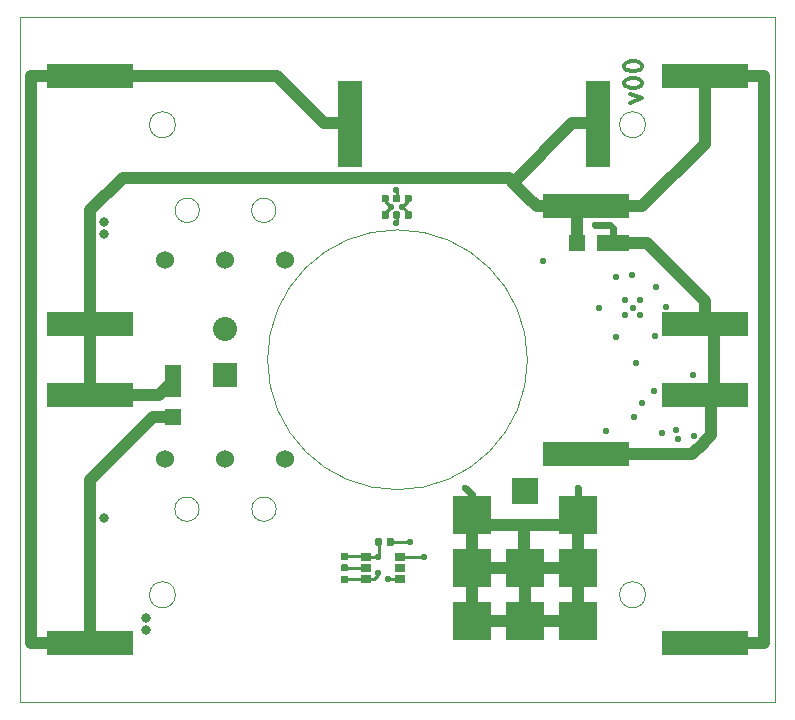
<source format=gbr>
%TF.GenerationSoftware,KiCad,Pcbnew,(5.1.4)-1*%
%TF.CreationDate,2019-10-25T20:54:22-07:00*%
%TF.ProjectId,solarpcd,736f6c61-7270-4636-942e-6b696361645f,rev?*%
%TF.SameCoordinates,Original*%
%TF.FileFunction,Copper,L1,Top*%
%TF.FilePolarity,Positive*%
%FSLAX46Y46*%
G04 Gerber Fmt 4.6, Leading zero omitted, Abs format (unit mm)*
G04 Created by KiCad (PCBNEW (5.1.4)-1) date 2019-10-25 20:54:22*
%MOMM*%
%LPD*%
G04 APERTURE LIST*
%ADD10C,0.300000*%
%ADD11C,0.050000*%
%ADD12C,0.120000*%
%ADD13C,0.100000*%
%ADD14C,0.590000*%
%ADD15C,1.524000*%
%ADD16C,2.032000*%
%ADD17R,2.032000X2.032000*%
%ADD18R,0.900000X0.700000*%
%ADD19R,3.200000X3.200000*%
%ADD20R,2.200000X2.200000*%
%ADD21R,7.400000X2.000000*%
%ADD22R,2.000000X7.400000*%
%ADD23R,1.400000X2.700000*%
%ADD24R,1.400000X1.400000*%
%ADD25R,2.700000X1.400000*%
%ADD26C,0.584200*%
%ADD27C,0.800000*%
%ADD28C,1.000000*%
%ADD29C,0.250000*%
%ADD30C,0.609600*%
%ADD31C,0.248920*%
G04 APERTURE END LIST*
D10*
X164715071Y-77223714D02*
X165715071Y-76866571D01*
X164715071Y-76509428D01*
X164215071Y-75652285D02*
X164215071Y-75509428D01*
X164286500Y-75366571D01*
X164357928Y-75295142D01*
X164500785Y-75223714D01*
X164786500Y-75152285D01*
X165143642Y-75152285D01*
X165429357Y-75223714D01*
X165572214Y-75295142D01*
X165643642Y-75366571D01*
X165715071Y-75509428D01*
X165715071Y-75652285D01*
X165643642Y-75795142D01*
X165572214Y-75866571D01*
X165429357Y-75938000D01*
X165143642Y-76009428D01*
X164786500Y-76009428D01*
X164500785Y-75938000D01*
X164357928Y-75866571D01*
X164286500Y-75795142D01*
X164215071Y-75652285D01*
X164215071Y-74223714D02*
X164215071Y-74080857D01*
X164286500Y-73938000D01*
X164357928Y-73866571D01*
X164500785Y-73795142D01*
X164786500Y-73723714D01*
X165143642Y-73723714D01*
X165429357Y-73795142D01*
X165572214Y-73866571D01*
X165643642Y-73938000D01*
X165715071Y-74080857D01*
X165715071Y-74223714D01*
X165643642Y-74366571D01*
X165572214Y-74438000D01*
X165429357Y-74509428D01*
X165143642Y-74580857D01*
X164786500Y-74580857D01*
X164500785Y-74509428D01*
X164357928Y-74438000D01*
X164286500Y-74366571D01*
X164215071Y-74223714D01*
D11*
X156000000Y-99000000D02*
G75*
G03X156000000Y-99000000I-11000000J0D01*
G01*
X134727563Y-111650000D02*
G75*
G03X134727563Y-111650000I-1029563J0D01*
G01*
X128202563Y-111650000D02*
G75*
G03X128202563Y-111650000I-1029563J0D01*
G01*
X134704563Y-86350000D02*
G75*
G03X134704563Y-86350000I-1029563J0D01*
G01*
X128229563Y-86350000D02*
G75*
G03X128229563Y-86350000I-1029563J0D01*
G01*
X166000000Y-79100000D02*
G75*
G03X166000000Y-79100000I-1100000J0D01*
G01*
X126200000Y-79100000D02*
G75*
G03X126200000Y-79100000I-1100000J0D01*
G01*
X166000000Y-118900000D02*
G75*
G03X166000000Y-118900000I-1100000J0D01*
G01*
D12*
X126200000Y-118900000D02*
G75*
G03X126200000Y-118900000I-1100000J0D01*
G01*
D13*
X177000000Y-70000000D02*
X113000000Y-70000000D01*
X113000000Y-128000000D02*
X177000000Y-128000000D01*
X177000000Y-128000000D02*
X177000000Y-70000000D01*
X113000000Y-70000000D02*
X113000000Y-128000000D01*
G36*
X143567958Y-114107710D02*
G01*
X143582276Y-114109834D01*
X143596317Y-114113351D01*
X143609946Y-114118228D01*
X143623031Y-114124417D01*
X143635447Y-114131858D01*
X143647073Y-114140481D01*
X143657798Y-114150202D01*
X143667519Y-114160927D01*
X143676142Y-114172553D01*
X143683583Y-114184969D01*
X143689772Y-114198054D01*
X143694649Y-114211683D01*
X143698166Y-114225724D01*
X143700290Y-114240042D01*
X143701000Y-114254500D01*
X143701000Y-114599500D01*
X143700290Y-114613958D01*
X143698166Y-114628276D01*
X143694649Y-114642317D01*
X143689772Y-114655946D01*
X143683583Y-114669031D01*
X143676142Y-114681447D01*
X143667519Y-114693073D01*
X143657798Y-114703798D01*
X143647073Y-114713519D01*
X143635447Y-114722142D01*
X143623031Y-114729583D01*
X143609946Y-114735772D01*
X143596317Y-114740649D01*
X143582276Y-114744166D01*
X143567958Y-114746290D01*
X143553500Y-114747000D01*
X143258500Y-114747000D01*
X143244042Y-114746290D01*
X143229724Y-114744166D01*
X143215683Y-114740649D01*
X143202054Y-114735772D01*
X143188969Y-114729583D01*
X143176553Y-114722142D01*
X143164927Y-114713519D01*
X143154202Y-114703798D01*
X143144481Y-114693073D01*
X143135858Y-114681447D01*
X143128417Y-114669031D01*
X143122228Y-114655946D01*
X143117351Y-114642317D01*
X143113834Y-114628276D01*
X143111710Y-114613958D01*
X143111000Y-114599500D01*
X143111000Y-114254500D01*
X143111710Y-114240042D01*
X143113834Y-114225724D01*
X143117351Y-114211683D01*
X143122228Y-114198054D01*
X143128417Y-114184969D01*
X143135858Y-114172553D01*
X143144481Y-114160927D01*
X143154202Y-114150202D01*
X143164927Y-114140481D01*
X143176553Y-114131858D01*
X143188969Y-114124417D01*
X143202054Y-114118228D01*
X143215683Y-114113351D01*
X143229724Y-114109834D01*
X143244042Y-114107710D01*
X143258500Y-114107000D01*
X143553500Y-114107000D01*
X143567958Y-114107710D01*
X143567958Y-114107710D01*
G37*
D14*
X143406000Y-114427000D03*
D13*
G36*
X144537958Y-114107710D02*
G01*
X144552276Y-114109834D01*
X144566317Y-114113351D01*
X144579946Y-114118228D01*
X144593031Y-114124417D01*
X144605447Y-114131858D01*
X144617073Y-114140481D01*
X144627798Y-114150202D01*
X144637519Y-114160927D01*
X144646142Y-114172553D01*
X144653583Y-114184969D01*
X144659772Y-114198054D01*
X144664649Y-114211683D01*
X144668166Y-114225724D01*
X144670290Y-114240042D01*
X144671000Y-114254500D01*
X144671000Y-114599500D01*
X144670290Y-114613958D01*
X144668166Y-114628276D01*
X144664649Y-114642317D01*
X144659772Y-114655946D01*
X144653583Y-114669031D01*
X144646142Y-114681447D01*
X144637519Y-114693073D01*
X144627798Y-114703798D01*
X144617073Y-114713519D01*
X144605447Y-114722142D01*
X144593031Y-114729583D01*
X144579946Y-114735772D01*
X144566317Y-114740649D01*
X144552276Y-114744166D01*
X144537958Y-114746290D01*
X144523500Y-114747000D01*
X144228500Y-114747000D01*
X144214042Y-114746290D01*
X144199724Y-114744166D01*
X144185683Y-114740649D01*
X144172054Y-114735772D01*
X144158969Y-114729583D01*
X144146553Y-114722142D01*
X144134927Y-114713519D01*
X144124202Y-114703798D01*
X144114481Y-114693073D01*
X144105858Y-114681447D01*
X144098417Y-114669031D01*
X144092228Y-114655946D01*
X144087351Y-114642317D01*
X144083834Y-114628276D01*
X144081710Y-114613958D01*
X144081000Y-114599500D01*
X144081000Y-114254500D01*
X144081710Y-114240042D01*
X144083834Y-114225724D01*
X144087351Y-114211683D01*
X144092228Y-114198054D01*
X144098417Y-114184969D01*
X144105858Y-114172553D01*
X144114481Y-114160927D01*
X144124202Y-114150202D01*
X144134927Y-114140481D01*
X144146553Y-114131858D01*
X144158969Y-114124417D01*
X144172054Y-114118228D01*
X144185683Y-114113351D01*
X144199724Y-114109834D01*
X144214042Y-114107710D01*
X144228500Y-114107000D01*
X144523500Y-114107000D01*
X144537958Y-114107710D01*
X144537958Y-114107710D01*
G37*
D14*
X144376000Y-114427000D03*
D15*
X135509000Y-107442000D03*
X130429000Y-107442000D03*
X125349000Y-107442000D03*
X125349000Y-90551000D03*
X130429000Y-90551000D03*
X135509000Y-90551000D03*
D16*
X130429000Y-96398200D03*
D17*
X130429000Y-100253800D03*
D18*
X142314000Y-115699500D03*
X142314000Y-116649500D03*
X142314000Y-117599500D03*
X145214000Y-117599500D03*
X145214000Y-116649500D03*
X145214000Y-115699500D03*
D19*
X151296000Y-112130000D03*
D20*
X155796000Y-110130000D03*
D19*
X160296000Y-112130000D03*
X151296000Y-116630000D03*
X155796000Y-116630000D03*
X160296000Y-116630000D03*
X151296000Y-121130000D03*
X155796000Y-121130000D03*
X160296000Y-121130000D03*
D21*
X119000000Y-96000000D03*
X119000000Y-75000000D03*
X171000000Y-102000000D03*
X171000000Y-123000000D03*
D22*
X162000000Y-79000000D03*
X141000000Y-79000000D03*
D21*
X161000000Y-107000000D03*
X161000000Y-86000000D03*
X119000000Y-102000000D03*
X119000000Y-123000000D03*
X171000000Y-96000000D03*
X171000000Y-75000000D03*
D23*
X126000000Y-100800000D03*
D24*
X126000000Y-103850000D03*
D25*
X163252000Y-89154000D03*
D24*
X160202000Y-89154000D03*
D13*
G36*
X145091958Y-85024710D02*
G01*
X145106276Y-85026834D01*
X145120317Y-85030351D01*
X145133946Y-85035228D01*
X145147031Y-85041417D01*
X145159447Y-85048858D01*
X145171073Y-85057481D01*
X145181798Y-85067202D01*
X145191519Y-85077927D01*
X145200142Y-85089553D01*
X145207583Y-85101969D01*
X145213772Y-85115054D01*
X145218649Y-85128683D01*
X145222166Y-85142724D01*
X145224290Y-85157042D01*
X145225000Y-85171500D01*
X145225000Y-85516500D01*
X145224290Y-85530958D01*
X145222166Y-85545276D01*
X145218649Y-85559317D01*
X145213772Y-85572946D01*
X145207583Y-85586031D01*
X145200142Y-85598447D01*
X145191519Y-85610073D01*
X145181798Y-85620798D01*
X145171073Y-85630519D01*
X145159447Y-85639142D01*
X145147031Y-85646583D01*
X145133946Y-85652772D01*
X145120317Y-85657649D01*
X145106276Y-85661166D01*
X145091958Y-85663290D01*
X145077500Y-85664000D01*
X144782500Y-85664000D01*
X144768042Y-85663290D01*
X144753724Y-85661166D01*
X144739683Y-85657649D01*
X144726054Y-85652772D01*
X144712969Y-85646583D01*
X144700553Y-85639142D01*
X144688927Y-85630519D01*
X144678202Y-85620798D01*
X144668481Y-85610073D01*
X144659858Y-85598447D01*
X144652417Y-85586031D01*
X144646228Y-85572946D01*
X144641351Y-85559317D01*
X144637834Y-85545276D01*
X144635710Y-85530958D01*
X144635000Y-85516500D01*
X144635000Y-85171500D01*
X144635710Y-85157042D01*
X144637834Y-85142724D01*
X144641351Y-85128683D01*
X144646228Y-85115054D01*
X144652417Y-85101969D01*
X144659858Y-85089553D01*
X144668481Y-85077927D01*
X144678202Y-85067202D01*
X144688927Y-85057481D01*
X144700553Y-85048858D01*
X144712969Y-85041417D01*
X144726054Y-85035228D01*
X144739683Y-85030351D01*
X144753724Y-85026834D01*
X144768042Y-85024710D01*
X144782500Y-85024000D01*
X145077500Y-85024000D01*
X145091958Y-85024710D01*
X145091958Y-85024710D01*
G37*
D14*
X144930000Y-85344000D03*
D13*
G36*
X146061958Y-85024710D02*
G01*
X146076276Y-85026834D01*
X146090317Y-85030351D01*
X146103946Y-85035228D01*
X146117031Y-85041417D01*
X146129447Y-85048858D01*
X146141073Y-85057481D01*
X146151798Y-85067202D01*
X146161519Y-85077927D01*
X146170142Y-85089553D01*
X146177583Y-85101969D01*
X146183772Y-85115054D01*
X146188649Y-85128683D01*
X146192166Y-85142724D01*
X146194290Y-85157042D01*
X146195000Y-85171500D01*
X146195000Y-85516500D01*
X146194290Y-85530958D01*
X146192166Y-85545276D01*
X146188649Y-85559317D01*
X146183772Y-85572946D01*
X146177583Y-85586031D01*
X146170142Y-85598447D01*
X146161519Y-85610073D01*
X146151798Y-85620798D01*
X146141073Y-85630519D01*
X146129447Y-85639142D01*
X146117031Y-85646583D01*
X146103946Y-85652772D01*
X146090317Y-85657649D01*
X146076276Y-85661166D01*
X146061958Y-85663290D01*
X146047500Y-85664000D01*
X145752500Y-85664000D01*
X145738042Y-85663290D01*
X145723724Y-85661166D01*
X145709683Y-85657649D01*
X145696054Y-85652772D01*
X145682969Y-85646583D01*
X145670553Y-85639142D01*
X145658927Y-85630519D01*
X145648202Y-85620798D01*
X145638481Y-85610073D01*
X145629858Y-85598447D01*
X145622417Y-85586031D01*
X145616228Y-85572946D01*
X145611351Y-85559317D01*
X145607834Y-85545276D01*
X145605710Y-85530958D01*
X145605000Y-85516500D01*
X145605000Y-85171500D01*
X145605710Y-85157042D01*
X145607834Y-85142724D01*
X145611351Y-85128683D01*
X145616228Y-85115054D01*
X145622417Y-85101969D01*
X145629858Y-85089553D01*
X145638481Y-85077927D01*
X145648202Y-85067202D01*
X145658927Y-85057481D01*
X145670553Y-85048858D01*
X145682969Y-85041417D01*
X145696054Y-85035228D01*
X145709683Y-85030351D01*
X145723724Y-85026834D01*
X145738042Y-85024710D01*
X145752500Y-85024000D01*
X146047500Y-85024000D01*
X146061958Y-85024710D01*
X146061958Y-85024710D01*
G37*
D14*
X145900000Y-85344000D03*
D13*
G36*
X144121678Y-85024710D02*
G01*
X144135996Y-85026834D01*
X144150037Y-85030351D01*
X144163666Y-85035228D01*
X144176751Y-85041417D01*
X144189167Y-85048858D01*
X144200793Y-85057481D01*
X144211518Y-85067202D01*
X144221239Y-85077927D01*
X144229862Y-85089553D01*
X144237303Y-85101969D01*
X144243492Y-85115054D01*
X144248369Y-85128683D01*
X144251886Y-85142724D01*
X144254010Y-85157042D01*
X144254720Y-85171500D01*
X144254720Y-85516500D01*
X144254010Y-85530958D01*
X144251886Y-85545276D01*
X144248369Y-85559317D01*
X144243492Y-85572946D01*
X144237303Y-85586031D01*
X144229862Y-85598447D01*
X144221239Y-85610073D01*
X144211518Y-85620798D01*
X144200793Y-85630519D01*
X144189167Y-85639142D01*
X144176751Y-85646583D01*
X144163666Y-85652772D01*
X144150037Y-85657649D01*
X144135996Y-85661166D01*
X144121678Y-85663290D01*
X144107220Y-85664000D01*
X143812220Y-85664000D01*
X143797762Y-85663290D01*
X143783444Y-85661166D01*
X143769403Y-85657649D01*
X143755774Y-85652772D01*
X143742689Y-85646583D01*
X143730273Y-85639142D01*
X143718647Y-85630519D01*
X143707922Y-85620798D01*
X143698201Y-85610073D01*
X143689578Y-85598447D01*
X143682137Y-85586031D01*
X143675948Y-85572946D01*
X143671071Y-85559317D01*
X143667554Y-85545276D01*
X143665430Y-85530958D01*
X143664720Y-85516500D01*
X143664720Y-85171500D01*
X143665430Y-85157042D01*
X143667554Y-85142724D01*
X143671071Y-85128683D01*
X143675948Y-85115054D01*
X143682137Y-85101969D01*
X143689578Y-85089553D01*
X143698201Y-85077927D01*
X143707922Y-85067202D01*
X143718647Y-85057481D01*
X143730273Y-85048858D01*
X143742689Y-85041417D01*
X143755774Y-85035228D01*
X143769403Y-85030351D01*
X143783444Y-85026834D01*
X143797762Y-85024710D01*
X143812220Y-85024000D01*
X144107220Y-85024000D01*
X144121678Y-85024710D01*
X144121678Y-85024710D01*
G37*
D14*
X143959720Y-85344000D03*
D13*
G36*
X145091678Y-85024710D02*
G01*
X145105996Y-85026834D01*
X145120037Y-85030351D01*
X145133666Y-85035228D01*
X145146751Y-85041417D01*
X145159167Y-85048858D01*
X145170793Y-85057481D01*
X145181518Y-85067202D01*
X145191239Y-85077927D01*
X145199862Y-85089553D01*
X145207303Y-85101969D01*
X145213492Y-85115054D01*
X145218369Y-85128683D01*
X145221886Y-85142724D01*
X145224010Y-85157042D01*
X145224720Y-85171500D01*
X145224720Y-85516500D01*
X145224010Y-85530958D01*
X145221886Y-85545276D01*
X145218369Y-85559317D01*
X145213492Y-85572946D01*
X145207303Y-85586031D01*
X145199862Y-85598447D01*
X145191239Y-85610073D01*
X145181518Y-85620798D01*
X145170793Y-85630519D01*
X145159167Y-85639142D01*
X145146751Y-85646583D01*
X145133666Y-85652772D01*
X145120037Y-85657649D01*
X145105996Y-85661166D01*
X145091678Y-85663290D01*
X145077220Y-85664000D01*
X144782220Y-85664000D01*
X144767762Y-85663290D01*
X144753444Y-85661166D01*
X144739403Y-85657649D01*
X144725774Y-85652772D01*
X144712689Y-85646583D01*
X144700273Y-85639142D01*
X144688647Y-85630519D01*
X144677922Y-85620798D01*
X144668201Y-85610073D01*
X144659578Y-85598447D01*
X144652137Y-85586031D01*
X144645948Y-85572946D01*
X144641071Y-85559317D01*
X144637554Y-85545276D01*
X144635430Y-85530958D01*
X144634720Y-85516500D01*
X144634720Y-85171500D01*
X144635430Y-85157042D01*
X144637554Y-85142724D01*
X144641071Y-85128683D01*
X144645948Y-85115054D01*
X144652137Y-85101969D01*
X144659578Y-85089553D01*
X144668201Y-85077927D01*
X144677922Y-85067202D01*
X144688647Y-85057481D01*
X144700273Y-85048858D01*
X144712689Y-85041417D01*
X144725774Y-85035228D01*
X144739403Y-85030351D01*
X144753444Y-85026834D01*
X144767762Y-85024710D01*
X144782220Y-85024000D01*
X145077220Y-85024000D01*
X145091678Y-85024710D01*
X145091678Y-85024710D01*
G37*
D14*
X144929720Y-85344000D03*
D13*
G36*
X145091958Y-86421710D02*
G01*
X145106276Y-86423834D01*
X145120317Y-86427351D01*
X145133946Y-86432228D01*
X145147031Y-86438417D01*
X145159447Y-86445858D01*
X145171073Y-86454481D01*
X145181798Y-86464202D01*
X145191519Y-86474927D01*
X145200142Y-86486553D01*
X145207583Y-86498969D01*
X145213772Y-86512054D01*
X145218649Y-86525683D01*
X145222166Y-86539724D01*
X145224290Y-86554042D01*
X145225000Y-86568500D01*
X145225000Y-86913500D01*
X145224290Y-86927958D01*
X145222166Y-86942276D01*
X145218649Y-86956317D01*
X145213772Y-86969946D01*
X145207583Y-86983031D01*
X145200142Y-86995447D01*
X145191519Y-87007073D01*
X145181798Y-87017798D01*
X145171073Y-87027519D01*
X145159447Y-87036142D01*
X145147031Y-87043583D01*
X145133946Y-87049772D01*
X145120317Y-87054649D01*
X145106276Y-87058166D01*
X145091958Y-87060290D01*
X145077500Y-87061000D01*
X144782500Y-87061000D01*
X144768042Y-87060290D01*
X144753724Y-87058166D01*
X144739683Y-87054649D01*
X144726054Y-87049772D01*
X144712969Y-87043583D01*
X144700553Y-87036142D01*
X144688927Y-87027519D01*
X144678202Y-87017798D01*
X144668481Y-87007073D01*
X144659858Y-86995447D01*
X144652417Y-86983031D01*
X144646228Y-86969946D01*
X144641351Y-86956317D01*
X144637834Y-86942276D01*
X144635710Y-86927958D01*
X144635000Y-86913500D01*
X144635000Y-86568500D01*
X144635710Y-86554042D01*
X144637834Y-86539724D01*
X144641351Y-86525683D01*
X144646228Y-86512054D01*
X144652417Y-86498969D01*
X144659858Y-86486553D01*
X144668481Y-86474927D01*
X144678202Y-86464202D01*
X144688927Y-86454481D01*
X144700553Y-86445858D01*
X144712969Y-86438417D01*
X144726054Y-86432228D01*
X144739683Y-86427351D01*
X144753724Y-86423834D01*
X144768042Y-86421710D01*
X144782500Y-86421000D01*
X145077500Y-86421000D01*
X145091958Y-86421710D01*
X145091958Y-86421710D01*
G37*
D14*
X144930000Y-86741000D03*
D13*
G36*
X146061958Y-86421710D02*
G01*
X146076276Y-86423834D01*
X146090317Y-86427351D01*
X146103946Y-86432228D01*
X146117031Y-86438417D01*
X146129447Y-86445858D01*
X146141073Y-86454481D01*
X146151798Y-86464202D01*
X146161519Y-86474927D01*
X146170142Y-86486553D01*
X146177583Y-86498969D01*
X146183772Y-86512054D01*
X146188649Y-86525683D01*
X146192166Y-86539724D01*
X146194290Y-86554042D01*
X146195000Y-86568500D01*
X146195000Y-86913500D01*
X146194290Y-86927958D01*
X146192166Y-86942276D01*
X146188649Y-86956317D01*
X146183772Y-86969946D01*
X146177583Y-86983031D01*
X146170142Y-86995447D01*
X146161519Y-87007073D01*
X146151798Y-87017798D01*
X146141073Y-87027519D01*
X146129447Y-87036142D01*
X146117031Y-87043583D01*
X146103946Y-87049772D01*
X146090317Y-87054649D01*
X146076276Y-87058166D01*
X146061958Y-87060290D01*
X146047500Y-87061000D01*
X145752500Y-87061000D01*
X145738042Y-87060290D01*
X145723724Y-87058166D01*
X145709683Y-87054649D01*
X145696054Y-87049772D01*
X145682969Y-87043583D01*
X145670553Y-87036142D01*
X145658927Y-87027519D01*
X145648202Y-87017798D01*
X145638481Y-87007073D01*
X145629858Y-86995447D01*
X145622417Y-86983031D01*
X145616228Y-86969946D01*
X145611351Y-86956317D01*
X145607834Y-86942276D01*
X145605710Y-86927958D01*
X145605000Y-86913500D01*
X145605000Y-86568500D01*
X145605710Y-86554042D01*
X145607834Y-86539724D01*
X145611351Y-86525683D01*
X145616228Y-86512054D01*
X145622417Y-86498969D01*
X145629858Y-86486553D01*
X145638481Y-86474927D01*
X145648202Y-86464202D01*
X145658927Y-86454481D01*
X145670553Y-86445858D01*
X145682969Y-86438417D01*
X145696054Y-86432228D01*
X145709683Y-86427351D01*
X145723724Y-86423834D01*
X145738042Y-86421710D01*
X145752500Y-86421000D01*
X146047500Y-86421000D01*
X146061958Y-86421710D01*
X146061958Y-86421710D01*
G37*
D14*
X145900000Y-86741000D03*
D13*
G36*
X144121678Y-86421710D02*
G01*
X144135996Y-86423834D01*
X144150037Y-86427351D01*
X144163666Y-86432228D01*
X144176751Y-86438417D01*
X144189167Y-86445858D01*
X144200793Y-86454481D01*
X144211518Y-86464202D01*
X144221239Y-86474927D01*
X144229862Y-86486553D01*
X144237303Y-86498969D01*
X144243492Y-86512054D01*
X144248369Y-86525683D01*
X144251886Y-86539724D01*
X144254010Y-86554042D01*
X144254720Y-86568500D01*
X144254720Y-86913500D01*
X144254010Y-86927958D01*
X144251886Y-86942276D01*
X144248369Y-86956317D01*
X144243492Y-86969946D01*
X144237303Y-86983031D01*
X144229862Y-86995447D01*
X144221239Y-87007073D01*
X144211518Y-87017798D01*
X144200793Y-87027519D01*
X144189167Y-87036142D01*
X144176751Y-87043583D01*
X144163666Y-87049772D01*
X144150037Y-87054649D01*
X144135996Y-87058166D01*
X144121678Y-87060290D01*
X144107220Y-87061000D01*
X143812220Y-87061000D01*
X143797762Y-87060290D01*
X143783444Y-87058166D01*
X143769403Y-87054649D01*
X143755774Y-87049772D01*
X143742689Y-87043583D01*
X143730273Y-87036142D01*
X143718647Y-87027519D01*
X143707922Y-87017798D01*
X143698201Y-87007073D01*
X143689578Y-86995447D01*
X143682137Y-86983031D01*
X143675948Y-86969946D01*
X143671071Y-86956317D01*
X143667554Y-86942276D01*
X143665430Y-86927958D01*
X143664720Y-86913500D01*
X143664720Y-86568500D01*
X143665430Y-86554042D01*
X143667554Y-86539724D01*
X143671071Y-86525683D01*
X143675948Y-86512054D01*
X143682137Y-86498969D01*
X143689578Y-86486553D01*
X143698201Y-86474927D01*
X143707922Y-86464202D01*
X143718647Y-86454481D01*
X143730273Y-86445858D01*
X143742689Y-86438417D01*
X143755774Y-86432228D01*
X143769403Y-86427351D01*
X143783444Y-86423834D01*
X143797762Y-86421710D01*
X143812220Y-86421000D01*
X144107220Y-86421000D01*
X144121678Y-86421710D01*
X144121678Y-86421710D01*
G37*
D14*
X143959720Y-86741000D03*
D13*
G36*
X145091678Y-86421710D02*
G01*
X145105996Y-86423834D01*
X145120037Y-86427351D01*
X145133666Y-86432228D01*
X145146751Y-86438417D01*
X145159167Y-86445858D01*
X145170793Y-86454481D01*
X145181518Y-86464202D01*
X145191239Y-86474927D01*
X145199862Y-86486553D01*
X145207303Y-86498969D01*
X145213492Y-86512054D01*
X145218369Y-86525683D01*
X145221886Y-86539724D01*
X145224010Y-86554042D01*
X145224720Y-86568500D01*
X145224720Y-86913500D01*
X145224010Y-86927958D01*
X145221886Y-86942276D01*
X145218369Y-86956317D01*
X145213492Y-86969946D01*
X145207303Y-86983031D01*
X145199862Y-86995447D01*
X145191239Y-87007073D01*
X145181518Y-87017798D01*
X145170793Y-87027519D01*
X145159167Y-87036142D01*
X145146751Y-87043583D01*
X145133666Y-87049772D01*
X145120037Y-87054649D01*
X145105996Y-87058166D01*
X145091678Y-87060290D01*
X145077220Y-87061000D01*
X144782220Y-87061000D01*
X144767762Y-87060290D01*
X144753444Y-87058166D01*
X144739403Y-87054649D01*
X144725774Y-87049772D01*
X144712689Y-87043583D01*
X144700273Y-87036142D01*
X144688647Y-87027519D01*
X144677922Y-87017798D01*
X144668201Y-87007073D01*
X144659578Y-86995447D01*
X144652137Y-86983031D01*
X144645948Y-86969946D01*
X144641071Y-86956317D01*
X144637554Y-86942276D01*
X144635430Y-86927958D01*
X144634720Y-86913500D01*
X144634720Y-86568500D01*
X144635430Y-86554042D01*
X144637554Y-86539724D01*
X144641071Y-86525683D01*
X144645948Y-86512054D01*
X144652137Y-86498969D01*
X144659578Y-86486553D01*
X144668201Y-86474927D01*
X144677922Y-86464202D01*
X144688647Y-86454481D01*
X144700273Y-86445858D01*
X144712689Y-86438417D01*
X144725774Y-86432228D01*
X144739403Y-86427351D01*
X144753444Y-86423834D01*
X144767762Y-86421710D01*
X144782220Y-86421000D01*
X145077220Y-86421000D01*
X145091678Y-86421710D01*
X145091678Y-86421710D01*
G37*
D14*
X144929720Y-86741000D03*
D13*
G36*
X140712458Y-116337710D02*
G01*
X140726776Y-116339834D01*
X140740817Y-116343351D01*
X140754446Y-116348228D01*
X140767531Y-116354417D01*
X140779947Y-116361858D01*
X140791573Y-116370481D01*
X140802298Y-116380202D01*
X140812019Y-116390927D01*
X140820642Y-116402553D01*
X140828083Y-116414969D01*
X140834272Y-116428054D01*
X140839149Y-116441683D01*
X140842666Y-116455724D01*
X140844790Y-116470042D01*
X140845500Y-116484500D01*
X140845500Y-116779500D01*
X140844790Y-116793958D01*
X140842666Y-116808276D01*
X140839149Y-116822317D01*
X140834272Y-116835946D01*
X140828083Y-116849031D01*
X140820642Y-116861447D01*
X140812019Y-116873073D01*
X140802298Y-116883798D01*
X140791573Y-116893519D01*
X140779947Y-116902142D01*
X140767531Y-116909583D01*
X140754446Y-116915772D01*
X140740817Y-116920649D01*
X140726776Y-116924166D01*
X140712458Y-116926290D01*
X140698000Y-116927000D01*
X140353000Y-116927000D01*
X140338542Y-116926290D01*
X140324224Y-116924166D01*
X140310183Y-116920649D01*
X140296554Y-116915772D01*
X140283469Y-116909583D01*
X140271053Y-116902142D01*
X140259427Y-116893519D01*
X140248702Y-116883798D01*
X140238981Y-116873073D01*
X140230358Y-116861447D01*
X140222917Y-116849031D01*
X140216728Y-116835946D01*
X140211851Y-116822317D01*
X140208334Y-116808276D01*
X140206210Y-116793958D01*
X140205500Y-116779500D01*
X140205500Y-116484500D01*
X140206210Y-116470042D01*
X140208334Y-116455724D01*
X140211851Y-116441683D01*
X140216728Y-116428054D01*
X140222917Y-116414969D01*
X140230358Y-116402553D01*
X140238981Y-116390927D01*
X140248702Y-116380202D01*
X140259427Y-116370481D01*
X140271053Y-116361858D01*
X140283469Y-116354417D01*
X140296554Y-116348228D01*
X140310183Y-116343351D01*
X140324224Y-116339834D01*
X140338542Y-116337710D01*
X140353000Y-116337000D01*
X140698000Y-116337000D01*
X140712458Y-116337710D01*
X140712458Y-116337710D01*
G37*
D14*
X140525500Y-116632000D03*
D13*
G36*
X140712458Y-117307710D02*
G01*
X140726776Y-117309834D01*
X140740817Y-117313351D01*
X140754446Y-117318228D01*
X140767531Y-117324417D01*
X140779947Y-117331858D01*
X140791573Y-117340481D01*
X140802298Y-117350202D01*
X140812019Y-117360927D01*
X140820642Y-117372553D01*
X140828083Y-117384969D01*
X140834272Y-117398054D01*
X140839149Y-117411683D01*
X140842666Y-117425724D01*
X140844790Y-117440042D01*
X140845500Y-117454500D01*
X140845500Y-117749500D01*
X140844790Y-117763958D01*
X140842666Y-117778276D01*
X140839149Y-117792317D01*
X140834272Y-117805946D01*
X140828083Y-117819031D01*
X140820642Y-117831447D01*
X140812019Y-117843073D01*
X140802298Y-117853798D01*
X140791573Y-117863519D01*
X140779947Y-117872142D01*
X140767531Y-117879583D01*
X140754446Y-117885772D01*
X140740817Y-117890649D01*
X140726776Y-117894166D01*
X140712458Y-117896290D01*
X140698000Y-117897000D01*
X140353000Y-117897000D01*
X140338542Y-117896290D01*
X140324224Y-117894166D01*
X140310183Y-117890649D01*
X140296554Y-117885772D01*
X140283469Y-117879583D01*
X140271053Y-117872142D01*
X140259427Y-117863519D01*
X140248702Y-117853798D01*
X140238981Y-117843073D01*
X140230358Y-117831447D01*
X140222917Y-117819031D01*
X140216728Y-117805946D01*
X140211851Y-117792317D01*
X140208334Y-117778276D01*
X140206210Y-117763958D01*
X140205500Y-117749500D01*
X140205500Y-117454500D01*
X140206210Y-117440042D01*
X140208334Y-117425724D01*
X140211851Y-117411683D01*
X140216728Y-117398054D01*
X140222917Y-117384969D01*
X140230358Y-117372553D01*
X140238981Y-117360927D01*
X140248702Y-117350202D01*
X140259427Y-117340481D01*
X140271053Y-117331858D01*
X140283469Y-117324417D01*
X140296554Y-117318228D01*
X140310183Y-117313351D01*
X140324224Y-117309834D01*
X140338542Y-117307710D01*
X140353000Y-117307000D01*
X140698000Y-117307000D01*
X140712458Y-117307710D01*
X140712458Y-117307710D01*
G37*
D14*
X140525500Y-117602000D03*
D13*
G36*
X140712458Y-115362210D02*
G01*
X140726776Y-115364334D01*
X140740817Y-115367851D01*
X140754446Y-115372728D01*
X140767531Y-115378917D01*
X140779947Y-115386358D01*
X140791573Y-115394981D01*
X140802298Y-115404702D01*
X140812019Y-115415427D01*
X140820642Y-115427053D01*
X140828083Y-115439469D01*
X140834272Y-115452554D01*
X140839149Y-115466183D01*
X140842666Y-115480224D01*
X140844790Y-115494542D01*
X140845500Y-115509000D01*
X140845500Y-115804000D01*
X140844790Y-115818458D01*
X140842666Y-115832776D01*
X140839149Y-115846817D01*
X140834272Y-115860446D01*
X140828083Y-115873531D01*
X140820642Y-115885947D01*
X140812019Y-115897573D01*
X140802298Y-115908298D01*
X140791573Y-115918019D01*
X140779947Y-115926642D01*
X140767531Y-115934083D01*
X140754446Y-115940272D01*
X140740817Y-115945149D01*
X140726776Y-115948666D01*
X140712458Y-115950790D01*
X140698000Y-115951500D01*
X140353000Y-115951500D01*
X140338542Y-115950790D01*
X140324224Y-115948666D01*
X140310183Y-115945149D01*
X140296554Y-115940272D01*
X140283469Y-115934083D01*
X140271053Y-115926642D01*
X140259427Y-115918019D01*
X140248702Y-115908298D01*
X140238981Y-115897573D01*
X140230358Y-115885947D01*
X140222917Y-115873531D01*
X140216728Y-115860446D01*
X140211851Y-115846817D01*
X140208334Y-115832776D01*
X140206210Y-115818458D01*
X140205500Y-115804000D01*
X140205500Y-115509000D01*
X140206210Y-115494542D01*
X140208334Y-115480224D01*
X140211851Y-115466183D01*
X140216728Y-115452554D01*
X140222917Y-115439469D01*
X140230358Y-115427053D01*
X140238981Y-115415427D01*
X140248702Y-115404702D01*
X140259427Y-115394981D01*
X140271053Y-115386358D01*
X140283469Y-115378917D01*
X140296554Y-115372728D01*
X140310183Y-115367851D01*
X140324224Y-115364334D01*
X140338542Y-115362210D01*
X140353000Y-115361500D01*
X140698000Y-115361500D01*
X140712458Y-115362210D01*
X140712458Y-115362210D01*
G37*
D14*
X140525500Y-115656500D03*
D13*
G36*
X140712458Y-116332210D02*
G01*
X140726776Y-116334334D01*
X140740817Y-116337851D01*
X140754446Y-116342728D01*
X140767531Y-116348917D01*
X140779947Y-116356358D01*
X140791573Y-116364981D01*
X140802298Y-116374702D01*
X140812019Y-116385427D01*
X140820642Y-116397053D01*
X140828083Y-116409469D01*
X140834272Y-116422554D01*
X140839149Y-116436183D01*
X140842666Y-116450224D01*
X140844790Y-116464542D01*
X140845500Y-116479000D01*
X140845500Y-116774000D01*
X140844790Y-116788458D01*
X140842666Y-116802776D01*
X140839149Y-116816817D01*
X140834272Y-116830446D01*
X140828083Y-116843531D01*
X140820642Y-116855947D01*
X140812019Y-116867573D01*
X140802298Y-116878298D01*
X140791573Y-116888019D01*
X140779947Y-116896642D01*
X140767531Y-116904083D01*
X140754446Y-116910272D01*
X140740817Y-116915149D01*
X140726776Y-116918666D01*
X140712458Y-116920790D01*
X140698000Y-116921500D01*
X140353000Y-116921500D01*
X140338542Y-116920790D01*
X140324224Y-116918666D01*
X140310183Y-116915149D01*
X140296554Y-116910272D01*
X140283469Y-116904083D01*
X140271053Y-116896642D01*
X140259427Y-116888019D01*
X140248702Y-116878298D01*
X140238981Y-116867573D01*
X140230358Y-116855947D01*
X140222917Y-116843531D01*
X140216728Y-116830446D01*
X140211851Y-116816817D01*
X140208334Y-116802776D01*
X140206210Y-116788458D01*
X140205500Y-116774000D01*
X140205500Y-116479000D01*
X140206210Y-116464542D01*
X140208334Y-116450224D01*
X140211851Y-116436183D01*
X140216728Y-116422554D01*
X140222917Y-116409469D01*
X140230358Y-116397053D01*
X140238981Y-116385427D01*
X140248702Y-116374702D01*
X140259427Y-116364981D01*
X140271053Y-116356358D01*
X140283469Y-116348917D01*
X140296554Y-116342728D01*
X140310183Y-116337851D01*
X140324224Y-116334334D01*
X140338542Y-116332210D01*
X140353000Y-116331500D01*
X140698000Y-116331500D01*
X140712458Y-116332210D01*
X140712458Y-116332210D01*
G37*
D14*
X140525500Y-116626500D03*
D26*
X164934900Y-94604840D03*
X165541960Y-95211900D03*
X163512500Y-97091500D03*
X164272744Y-95204260D03*
X165517344Y-93934260D03*
X164272744Y-93934260D03*
X163507307Y-91983012D03*
X143383006Y-117094000D03*
X146018250Y-114458750D03*
X155796000Y-118966000D03*
X151296000Y-119038000D03*
X151296000Y-114466000D03*
X153543000Y-116586000D03*
X158115000Y-116586000D03*
X155702000Y-114109500D03*
X157543500Y-113030000D03*
X153860500Y-112966500D03*
X160274000Y-109855000D03*
X150749000Y-109855000D03*
X165227000Y-99314000D03*
X166878000Y-92837000D03*
X162623500Y-105029000D03*
X167376209Y-105218610D03*
X143383000Y-115697000D03*
X162088344Y-94594660D03*
X166751000Y-101663500D03*
X168592498Y-104965500D03*
X144208500Y-117601994D03*
X168783225Y-105728740D03*
X147256488Y-115697000D03*
X165735000Y-102679500D03*
X144907000Y-84645500D03*
X170116500Y-105473500D03*
X169989500Y-100266500D03*
X165036500Y-103886000D03*
X144907000Y-87439500D03*
D27*
X120142000Y-112395000D03*
X123698000Y-120904000D03*
X120142000Y-88392000D03*
X123698000Y-121920000D03*
X120142000Y-87376000D03*
D26*
X145415000Y-86042500D03*
X144462500Y-86042500D03*
X162369500Y-87566500D03*
X161734500Y-87566500D03*
X167767000Y-94551500D03*
X166814500Y-96964500D03*
X157353000Y-90614500D03*
X164882344Y-91825156D03*
X155702016Y-110617000D03*
D28*
X119000000Y-96000000D02*
X119000000Y-102000000D01*
X159798000Y-78994000D02*
X161798000Y-78994000D01*
X154792000Y-84000000D02*
X159798000Y-78994000D01*
X176000000Y-123000000D02*
X171000000Y-123000000D01*
X176000000Y-75000000D02*
X176000000Y-123000000D01*
X171000000Y-75000000D02*
X176000000Y-75000000D01*
X171000000Y-75000000D02*
X171000000Y-77000000D01*
X124800000Y-102000000D02*
X126000000Y-100800000D01*
X119000000Y-102000000D02*
X124800000Y-102000000D01*
X171000000Y-80700000D02*
X171000000Y-77000000D01*
X165700000Y-86000000D02*
X171000000Y-80700000D01*
X161000000Y-86000000D02*
X165700000Y-86000000D01*
X160202000Y-86288000D02*
X160020000Y-86106000D01*
X160202000Y-89154000D02*
X160202000Y-86288000D01*
X156000000Y-85208000D02*
X154792000Y-84000000D01*
X161000000Y-86000000D02*
X156792000Y-86000000D01*
X156792000Y-86000000D02*
X156000000Y-85208000D01*
X121729500Y-83629500D02*
X154421500Y-83629500D01*
X154421500Y-83629500D02*
X154792000Y-84000000D01*
X119000000Y-96000000D02*
X119000000Y-86359000D01*
X119000000Y-86359000D02*
X121729500Y-83629500D01*
X114000000Y-123000000D02*
X119000000Y-123000000D01*
X114000000Y-75000000D02*
X114000000Y-123000000D01*
X119000000Y-75000000D02*
X114000000Y-75000000D01*
X124300000Y-103850000D02*
X126000000Y-103850000D01*
X119000000Y-109150000D02*
X124300000Y-103850000D01*
X119000000Y-123000000D02*
X119000000Y-109150000D01*
X138798000Y-78994000D02*
X140798000Y-78994000D01*
X134804000Y-75000000D02*
X138798000Y-78994000D01*
X119000000Y-75000000D02*
X126000000Y-75000000D01*
X126000000Y-75000000D02*
X134804000Y-75000000D01*
D29*
X142311500Y-117602000D02*
X142314000Y-117599500D01*
X140525500Y-117602000D02*
X142311500Y-117602000D01*
X142314000Y-117599500D02*
X143014000Y-117599500D01*
X143383006Y-117230494D02*
X143383006Y-117094000D01*
X143014000Y-117599500D02*
X143383006Y-117230494D01*
X145986500Y-114427000D02*
X146018250Y-114458750D01*
X144376000Y-114427000D02*
X145986500Y-114427000D01*
D28*
X151296000Y-116630000D02*
X155796000Y-116630000D01*
X151296000Y-121130000D02*
X155796000Y-121130000D01*
X155796000Y-116630000D02*
X160296000Y-116630000D01*
X160296000Y-116630000D02*
X160296000Y-121130000D01*
X160296000Y-116630000D02*
X160296000Y-112130000D01*
X151384000Y-113030000D02*
X160274000Y-113030000D01*
X155796000Y-121130000D02*
X160296000Y-121130000D01*
X155702000Y-117602000D02*
X155702000Y-113102000D01*
X155796000Y-121130000D02*
X155796000Y-118966000D01*
X155796000Y-118966000D02*
X155796000Y-116630000D01*
X151296000Y-116630000D02*
X151296000Y-119038000D01*
X151296000Y-119038000D02*
X151296000Y-121130000D01*
X151296000Y-112130000D02*
X151296000Y-114466000D01*
X151296000Y-114466000D02*
X151296000Y-116630000D01*
D30*
X160274000Y-112108000D02*
X160296000Y-112130000D01*
X160274000Y-109855000D02*
X160274000Y-112108000D01*
X151296000Y-112130000D02*
X151296000Y-110402000D01*
X151296000Y-110402000D02*
X150749000Y-109855000D01*
D29*
X142314000Y-115699500D02*
X143380500Y-115699500D01*
X143380500Y-115699500D02*
X143383000Y-115697000D01*
X142271000Y-115656500D02*
X142314000Y-115699500D01*
X140525500Y-115656500D02*
X142271000Y-115656500D01*
X143406000Y-115674000D02*
X143383000Y-115697000D01*
X143406000Y-114427000D02*
X143406000Y-115674000D01*
X142291000Y-116626500D02*
X142314000Y-116649500D01*
X140525500Y-116626500D02*
X142291000Y-116626500D01*
X144210994Y-117599500D02*
X144208500Y-117601994D01*
X145214000Y-117599500D02*
X144210994Y-117599500D01*
X145214000Y-115699500D02*
X147253988Y-115699500D01*
X147253988Y-115699500D02*
X147256488Y-115697000D01*
D31*
X144929720Y-84668220D02*
X144907000Y-84645500D01*
X144929720Y-85344000D02*
X144929720Y-84668220D01*
X144930000Y-86741000D02*
X144930000Y-87416500D01*
X144930000Y-87416500D02*
X144907000Y-87439500D01*
X145900000Y-85344000D02*
X145900000Y-85557500D01*
X143959720Y-86741000D02*
X143959720Y-86545280D01*
X143959720Y-85344000D02*
X143959720Y-85539720D01*
X143959720Y-85539720D02*
X144462500Y-86042500D01*
X143959720Y-86545280D02*
X144462500Y-86042500D01*
X145900000Y-85557500D02*
X145415000Y-86042500D01*
X145900000Y-86741000D02*
X145900000Y-86527500D01*
X145900000Y-86527500D02*
X145415000Y-86042500D01*
D28*
X165602000Y-89154000D02*
X163252000Y-89154000D01*
X166154000Y-89154000D02*
X165602000Y-89154000D01*
X171000000Y-94000000D02*
X166154000Y-89154000D01*
X171000000Y-96000000D02*
X171000000Y-94000000D01*
D30*
X161734500Y-87566500D02*
X162369500Y-87566500D01*
X162369500Y-87566500D02*
X163004500Y-87566500D01*
X163252000Y-87814000D02*
X163252000Y-89154000D01*
X163004500Y-87566500D02*
X163252000Y-87814000D01*
D28*
X171577000Y-102577000D02*
X171000000Y-102000000D01*
X171577000Y-105346500D02*
X171577000Y-102577000D01*
X170942000Y-105981500D02*
X171577000Y-105346500D01*
X170942000Y-106008270D02*
X170942000Y-105981500D01*
X161000000Y-107000000D02*
X169950270Y-107000000D01*
X169950270Y-107000000D02*
X170942000Y-106008270D01*
X171767500Y-96767500D02*
X171000000Y-96000000D01*
X171000000Y-102000000D02*
X171767500Y-101232500D01*
X171767500Y-101232500D02*
X171767500Y-96767500D01*
M02*

</source>
